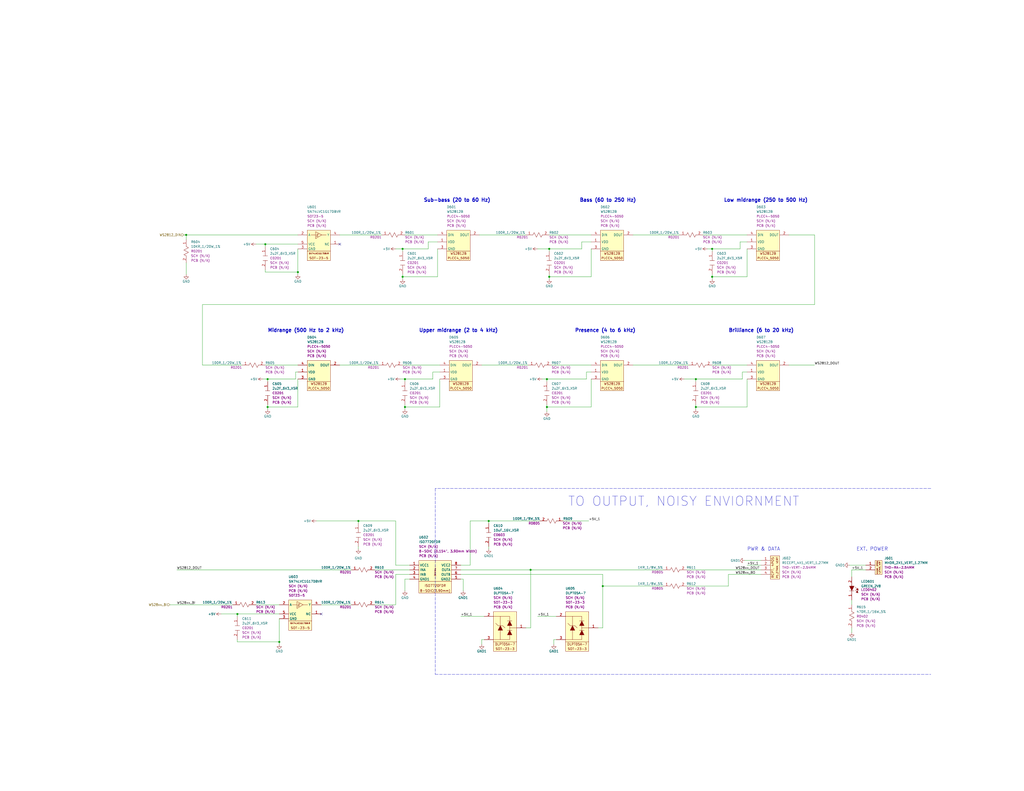
<source format=kicad_sch>
(kicad_sch (version 20230121) (generator eeschema)
  (paper "C")
  (title_block (title "Blender") (date "2023/09/18") (rev "v1.0") (company "Mend0z0") (comment 1 "v1.0") (comment 2 "RELEASED") (comment 3 "Siavash Taher Parvar") (comment 4 "_BOM_Blender_v1.0.html") (comment 5 "_HW_Blender.kicad_pcb") (comment 6 "_GBR_Blender_v1.0") (comment 7 "_ASM_Blender_v1.0") (comment 8 "N/A") (comment 9 "Initial version"))
  (junction (at 220.98 207.01))
  (junction (at 220.98 222.25))
  (junction (at 379.73 222.25))
  (junction (at 144.78 133.35))
  (junction (at 129.54 335.28))
  (junction (at 162.56 148.59))
  (junction (at 298.45 222.25))
  (junction (at 219.71 151.13))
  (junction (at 289.56 311.15))
  (junction (at 101.6 128.27))
  (junction (at 328.93 320.04))
  (junction (at 219.71 135.89))
  (junction (at 379.73 207.01))
  (junction (at 388.62 135.89))
  (junction (at 388.62 151.13))
  (junction (at 152.4 350.52))
  (junction (at 299.72 151.13))
  (junction (at 146.05 222.25))
  (junction (at 299.72 135.89))
  (junction (at 266.7 284.48))
  (junction (at 298.45 207.01))
  (junction (at 195.58 284.48))
  (junction (at 146.05 207.01))
  (no_connect (at 175.26 335.28))
  (no_connect (at 185.42 133.35))
  (wire (pts (xy 262.89 349.25) (xy 264.16 349.25)))
  (wire (pts (xy 463.55 308.61) (xy 472.44 308.61)))
  (wire (pts (xy 293.37 135.89) (xy 299.72 135.89)))
  (wire (pts (xy 302.26 351.79) (xy 302.26 349.25)))
  (wire (pts (xy 129.54 335.28) (xy 152.4 335.28)))
  (wire (pts (xy 373.38 207.01) (xy 379.73 207.01)))
  (wire (pts (xy 403.86 132.08) (xy 407.67 132.08)))
  (wire (pts (xy 162.56 207.01) (xy 162.56 222.25)))
  (wire (pts (xy 266.7 284.48) (xy 256.54 284.48)))
  (wire (pts (xy 172.72 284.48) (xy 195.58 284.48)))
  (wire (pts (xy 161.29 203.2) (xy 162.56 203.2)))
  (wire (pts (xy 388.62 137.16) (xy 388.62 135.89)))
  (wire (pts (xy 240.03 222.25) (xy 220.98 222.25)))
  (wire (pts (xy 374.65 311.15) (xy 415.29 311.15)))
  (wire (pts (xy 144.78 148.59) (xy 162.56 148.59)))
  (wire (pts (xy 320.04 203.2) (xy 322.58 203.2)))
  (wire (pts (xy 256.54 284.48) (xy 256.54 308.61)))
  (wire (pts (xy 219.71 135.89) (xy 233.68 135.89)))
  (wire (pts (xy 317.5 132.08) (xy 317.5 135.89)))
  (wire (pts (xy 220.98 222.25) (xy 220.98 220.98)))
  (wire (pts (xy 240.03 207.01) (xy 240.03 222.25)))
  (wire (pts (xy 326.39 342.9) (xy 328.93 342.9)))
  (wire (pts (xy 161.29 203.2) (xy 161.29 207.01)))
  (wire (pts (xy 383.54 128.27) (xy 407.67 128.27)))
  (wire (pts (xy 295.91 207.01) (xy 298.45 207.01)))
  (wire (pts (xy 204.47 311.15) (xy 223.52 311.15)))
  (wire (pts (xy 144.78 148.59) (xy 144.78 147.32)))
  (wire (pts (xy 110.49 166.37) (xy 110.49 199.39)))
  (wire (pts (xy 405.13 207.01) (xy 379.73 207.01)))
  (wire (pts (xy 298.45 208.28) (xy 298.45 207.01)))
  (wire (pts (xy 322.58 135.89) (xy 322.58 151.13)))
  (wire (pts (xy 289.56 342.9) (xy 289.56 311.15)))
  (wire (pts (xy 464.82 311.15) (xy 472.44 311.15)))
  (wire (pts (xy 92.71 330.2) (xy 127 330.2)))
  (wire (pts (xy 215.9 330.2) (xy 215.9 313.69)))
  (wire (pts (xy 219.71 151.13) (xy 219.71 152.4)))
  (wire (pts (xy 406.4 306.07) (xy 415.29 306.07)))
  (wire (pts (xy 386.08 135.89) (xy 388.62 135.89)))
  (wire (pts (xy 289.56 311.15) (xy 361.95 311.15)))
  (wire (pts (xy 219.71 151.13) (xy 219.71 149.86)))
  (wire (pts (xy 233.68 135.89) (xy 233.68 132.08)))
  (wire (pts (xy 397.51 320.04) (xy 374.65 320.04)))
  (wire (pts (xy 129.54 350.52) (xy 129.54 349.25)))
  (wire (pts (xy 464.82 311.15) (xy 464.82 314.96)))
  (wire (pts (xy 139.7 133.35) (xy 144.78 133.35)))
  (wire (pts (xy 96.52 311.15) (xy 191.77 311.15)))
  (wire (pts (xy 129.54 335.28) (xy 129.54 336.55)))
  (wire (pts (xy 407.67 207.01) (xy 407.67 222.25)))
  (wire (pts (xy 219.71 135.89) (xy 219.71 137.16)))
  (wire (pts (xy 251.46 336.55) (xy 264.16 336.55)))
  (wire (pts (xy 101.6 128.27) (xy 162.56 128.27)))
  (wire (pts (xy 407.67 308.61) (xy 415.29 308.61)))
  (wire (pts (xy 236.22 207.01) (xy 220.98 207.01)))
  (wire (pts (xy 299.72 128.27) (xy 322.58 128.27)))
  (wire (pts (xy 302.26 349.25) (xy 303.53 349.25)))
  (wire (pts (xy 146.05 208.28) (xy 146.05 207.01)))
  (wire (pts (xy 236.22 203.2) (xy 240.03 203.2)))
  (wire (pts (xy 238.76 151.13) (xy 219.71 151.13)))
  (wire (pts (xy 379.73 222.25) (xy 379.73 220.98)))
  (wire (pts (xy 101.6 128.27) (xy 101.6 130.81)))
  (wire (pts (xy 298.45 207.01) (xy 320.04 207.01)))
  (wire (pts (xy 185.42 199.39) (xy 207.01 199.39)))
  (wire (pts (xy 262.89 351.79) (xy 262.89 349.25)))
  (wire (pts (xy 288.29 199.39) (xy 262.89 199.39)))
  (wire (pts (xy 101.6 149.86) (xy 101.6 143.51)))
  (wire (pts (xy 300.99 199.39) (xy 322.58 199.39)))
  (wire (pts (xy 144.78 199.39) (xy 162.56 199.39)))
  (wire (pts (xy 407.67 222.25) (xy 379.73 222.25)))
  (wire (pts (xy 444.5 166.37) (xy 110.49 166.37)))
  (wire (pts (xy 161.29 207.01) (xy 146.05 207.01)))
  (wire (pts (xy 220.98 222.25) (xy 220.98 223.52)))
  (wire (pts (xy 152.4 350.52) (xy 152.4 337.82)))
  (wire (pts (xy 299.72 151.13) (xy 299.72 152.4)))
  (wire (pts (xy 185.42 128.27) (xy 208.28 128.27)))
  (wire (pts (xy 252.73 322.58) (xy 252.73 316.23)))
  (wire (pts (xy 215.9 135.89) (xy 219.71 135.89)))
  (wire (pts (xy 238.76 135.89) (xy 238.76 151.13)))
  (polyline (pts (xy 237.49 266.7) (xy 237.49 368.3)) (stroke (width 0) (type dash)))
  (wire (pts (xy 220.98 128.27) (xy 238.76 128.27)))
  (wire (pts (xy 110.49 199.39) (xy 132.08 199.39)))
  (wire (pts (xy 144.78 133.35) (xy 144.78 134.62)))
  (wire (pts (xy 403.86 135.89) (xy 388.62 135.89)))
  (wire (pts (xy 299.72 151.13) (xy 299.72 149.86)))
  (wire (pts (xy 146.05 222.25) (xy 146.05 220.98)))
  (wire (pts (xy 379.73 208.28) (xy 379.73 207.01)))
  (wire (pts (xy 215.9 308.61) (xy 215.9 284.48)))
  (wire (pts (xy 388.62 151.13) (xy 388.62 149.86)))
  (wire (pts (xy 294.64 284.48) (xy 266.7 284.48)))
  (wire (pts (xy 220.98 316.23) (xy 220.98 322.58)))
  (wire (pts (xy 430.53 128.27) (xy 444.5 128.27)))
  (wire (pts (xy 321.31 284.48) (xy 307.34 284.48)))
  (wire (pts (xy 219.71 199.39) (xy 240.03 199.39)))
  (wire (pts (xy 397.51 320.04) (xy 397.51 313.69)))
  (wire (pts (xy 266.7 299.72) (xy 266.7 298.45)))
  (wire (pts (xy 162.56 222.25) (xy 146.05 222.25)))
  (wire (pts (xy 328.93 320.04) (xy 328.93 313.69)))
  (wire (pts (xy 162.56 148.59) (xy 162.56 149.86)))
  (wire (pts (xy 266.7 284.48) (xy 266.7 285.75)))
  (wire (pts (xy 405.13 203.2) (xy 405.13 207.01)))
  (wire (pts (xy 261.62 128.27) (xy 287.02 128.27)))
  (wire (pts (xy 345.44 199.39) (xy 375.92 199.39)))
  (wire (pts (xy 299.72 137.16) (xy 299.72 135.89)))
  (wire (pts (xy 218.44 207.01) (xy 220.98 207.01)))
  (wire (pts (xy 403.86 132.08) (xy 403.86 135.89)))
  (wire (pts (xy 195.58 284.48) (xy 215.9 284.48)))
  (wire (pts (xy 195.58 284.48) (xy 195.58 285.75)))
  (wire (pts (xy 162.56 148.59) (xy 162.56 135.89)))
  (wire (pts (xy 407.67 151.13) (xy 388.62 151.13)))
  (wire (pts (xy 322.58 151.13) (xy 299.72 151.13)))
  (wire (pts (xy 397.51 313.69) (xy 415.29 313.69)))
  (wire (pts (xy 298.45 220.98) (xy 298.45 222.25)))
  (polyline (pts (xy 508 266.7) (xy 237.49 266.7)) (stroke (width 0) (type dash)))
  (wire (pts (xy 388.62 199.39) (xy 407.67 199.39)))
  (polyline (pts (xy 237.49 368.3) (xy 508 368.3)) (stroke (width 0) (type dash)))
  (wire (pts (xy 444.5 199.39) (xy 430.53 199.39)))
  (wire (pts (xy 100.33 128.27) (xy 101.6 128.27)))
  (wire (pts (xy 251.46 311.15) (xy 289.56 311.15)))
  (wire (pts (xy 322.58 207.01) (xy 322.58 222.25)))
  (wire (pts (xy 204.47 330.2) (xy 215.9 330.2)))
  (wire (pts (xy 220.98 208.28) (xy 220.98 207.01)))
  (wire (pts (xy 379.73 222.25) (xy 379.73 223.52)))
  (wire (pts (xy 298.45 222.25) (xy 298.45 224.79)))
  (wire (pts (xy 195.58 299.72) (xy 195.58 298.45)))
  (wire (pts (xy 464.82 342.9) (xy 464.82 345.44)))
  (wire (pts (xy 236.22 203.2) (xy 236.22 207.01)))
  (wire (pts (xy 317.5 132.08) (xy 322.58 132.08)))
  (wire (pts (xy 129.54 350.52) (xy 152.4 350.52)))
  (wire (pts (xy 139.7 330.2) (xy 152.4 330.2)))
  (wire (pts (xy 328.93 320.04) (xy 361.95 320.04)))
  (wire (pts (xy 405.13 203.2) (xy 407.67 203.2)))
  (wire (pts (xy 120.65 335.28) (xy 129.54 335.28)))
  (wire (pts (xy 328.93 342.9) (xy 328.93 320.04)))
  (wire (pts (xy 320.04 203.2) (xy 320.04 207.01)))
  (wire (pts (xy 215.9 313.69) (xy 223.52 313.69)))
  (wire (pts (xy 152.4 350.52) (xy 152.4 351.79)))
  (wire (pts (xy 143.51 207.01) (xy 146.05 207.01)))
  (wire (pts (xy 464.82 327.66) (xy 464.82 330.2)))
  (wire (pts (xy 223.52 308.61) (xy 215.9 308.61)))
  (wire (pts (xy 444.5 128.27) (xy 444.5 166.37)))
  (wire (pts (xy 345.44 128.27) (xy 370.84 128.27)))
  (wire (pts (xy 287.02 342.9) (xy 289.56 342.9)))
  (wire (pts (xy 220.98 316.23) (xy 223.52 316.23)))
  (wire (pts (xy 252.73 316.23) (xy 251.46 316.23)))
  (wire (pts (xy 407.67 135.89) (xy 407.67 151.13)))
  (wire (pts (xy 388.62 151.13) (xy 388.62 152.4)))
  (wire (pts (xy 146.05 222.25) (xy 146.05 223.52)))
  (wire (pts (xy 144.78 133.35) (xy 162.56 133.35)))
  (wire (pts (xy 293.37 336.55) (xy 303.53 336.55)))
  (wire (pts (xy 256.54 308.61) (xy 251.46 308.61)))
  (wire (pts (xy 298.45 222.25) (xy 322.58 222.25)))
  (wire (pts (xy 233.68 132.08) (xy 238.76 132.08)))
  (wire (pts (xy 251.46 313.69) (xy 328.93 313.69)))
  (wire (pts (xy 317.5 135.89) (xy 299.72 135.89)))
  (wire (pts (xy 175.26 330.2) (xy 191.77 330.2)))
  (text "PWR & DATA" (at 407.67 300.99 0) (effects (font (size 1.905 1.905)) (justify left bottom)))
  (text "Low midrange (250 to 500 Hz)" (at 394.97 110.49 0) (effects (font (size 1.905 1.905) (thickness 0.381) bold) (justify left bottom)))
  (text "Bass (60 to 250 Hz)" (at 316.23 110.49 0) (effects (font (size 1.905 1.905) (thickness 0.381) bold) (justify left bottom)))
  (text "Brilliance (6 to 20 kHz)" (at 397.51 181.61 0) (effects (font (size 1.905 1.905) (thickness 0.381) bold) (justify left bottom)))
  (text "TO OUTPUT, NOISY ENVIORNMENT" (at 309.88 276.86 0) (effects (font (size 5.08 5.08)) (justify left bottom)))
  (text "Presence (4 to 6 kHz)" (at 313.69 181.61 0) (effects (font (size 1.905 1.905) (thickness 0.381) bold) (justify left bottom)))
  (text "EXT. POWER" (at 467.36 300.99 0) (effects (font (size 1.905 1.905)) (justify left bottom)))
  (text "Sub-bass (20 to 60 Hz)" (at 231.14 110.49 0) (effects (font (size 1.905 1.905) (thickness 0.381) bold) (justify left bottom)))
  (text "Midrange (500 Hz to 2 kHz)" (at 146.05 181.61 0) (effects (font (size 1.905 1.905) (thickness 0.381) bold) (justify left bottom)))
  (text "Upper midrange (2 to 4 kHz)" (at 228.6 181.61 0) (effects (font (size 1.905 1.905) (thickness 0.381) bold) (justify left bottom)))
  (label "WS2812_DOUT" (at 444.5 199.39 0))
  (label "+5V_1" (at 251.46 336.55 0))
  (label "WS28xx_BI" (at 96.52 330.2 0))
  (label "WS2812_DOUT" (at 96.52 311.15 0))
  (label "+5V_1" (at 293.37 336.55 0))
  (label "WS28xx_DOUT" (at 401.32 311.15 0))
  (label "+5V_1" (at 464.82 311.15 0))
  (label "WS28xx_BO" (at 401.32 313.69 0))
  (label "+5V_1" (at 407.67 308.61 0))
  (label "+5V_1" (at 321.31 284.48 0))
  (hierarchical_label "WS28xx_BI" (shape input) (at 92.71 330.2 180))
  (hierarchical_label "WS2812_DIN" (shape input) (at 100.33 128.27 180))
  (symbol (lib_id "_SCHLIB_Blender:RES_100R_1/20W_1%_R0201") (at 191.77 330.2 0) (unit 1)
    (property "Reference" "R614" (at 207.01 328.93 0))
    (property "Value" "100R_1/20W_1%" (at 175.26 328.93 0) (effects (justify left)))
    (property "Footprint" "Resistor_SMD:R_0201_0603Metric" (effects hide))
    (property "Datasheet" "https://www.seielect.com/Catalog/SEI-RMCF_RMCP.pdf" (effects hide))
    (property "Description" "100 Ohms ±1% 0.05W, 1/20W Chip Resistor 0201 (0603 Metric) Thick Film" (effects hide))
    (property "Link" "https://www.digikey.ca/en/products/detail/stackpole-electronics-inc/RMCF0201FT100R/1714988" (effects hide))
    (property "SCH CHECK" "SCH (N/A)" (at 204.47 331.47 0) (effects (justify left)))
    (property "Package" "R0201" (at 185.42 331.47 0) (effects (justify left)))
    (property "Part Number (Manufacturer)" "RMCF0201FT100R" (effects hide))
    (property "Manufacturer" "Stackpole Electronics Inc" (effects hide))
    (property "Part Number (Vendor)" "RMCF0201FT100RTR-ND" (effects hide))
    (property "Vendor" "Digikey" (effects hide))
    (property "PCB CHECk" "PCB (N/A)" (at 204.47 334.01 0) (effects (justify left)))
  )
  (symbol (lib_id "_SCHLIB_Blender:CAP_2u2F_6V3_X5R_C0201") (at 195.58 285.75 270) (unit 1)
    (property "Reference" "C609" (at 198.12 287.02 90) (effects (justify left)))
    (property "Value" "2u2F_6V3_X5R" (at 198.12 289.56 90) (effects (justify left)))
    (property "Footprint" "Capacitor_SMD:C_0201_0603Metric" (effects hide))
    (property "Datasheet" "https://ele.kyocera.com/assets/products/capacitor/CM_Series_e.pdf" (effects hide))
    (property "Description" "2.2 µF ±20% 6.3V Ceramic Capacitor X5R 0201 (0603 Metric)" (effects hide))
    (property "Link" "https://www.digikey.ca/en/products/detail/kyocera-avx/CM03X5R225M06AH/10815044" (effects hide))
    (property "SCH CHECK" "SCH (N/A)" (at 198.12 294.64 90) (effects (justify left)))
    (property "Package" "C0201" (at 198.12 292.1 90) (effects (justify left)))
    (property "Part Number (Manufacturer)" "CM03X5R225M06AH" (effects hide))
    (property "Manufacturer" "KYOCERA AVX" (effects hide))
    (property "Part Number (Vendor)" "478-KGM03CR50J225MHTR-ND" (effects hide))
    (property "Vendor" "Digikey" (effects hide))
    (property "PCB CHECk" "PCB (N/A)" (at 198.12 297.18 90) (effects (justify left)))
  )
  (symbol (lib_id "_SCHLIB_Blender:RES_100R_1/20W_1%_R0201") (at 370.84 128.27 0) (unit 1)
    (property "Reference" "R603" (at 386.08 127 0))
    (property "Value" "100R_1/20W_1%" (at 354.33 127 0) (effects (justify left)))
    (property "Footprint" "Resistor_SMD:R_0201_0603Metric" (effects hide))
    (property "Datasheet" "https://www.seielect.com/Catalog/SEI-RMCF_RMCP.pdf" (effects hide))
    (property "Description" "100 Ohms ±1% 0.05W, 1/20W Chip Resistor 0201 (0603 Metric) Thick Film" (effects hide))
    (property "Link" "https://www.digikey.ca/en/products/detail/stackpole-electronics-inc/RMCF0201FT100R/1714988" (effects hide))
    (property "SCH CHECK" "SCH (N/A)" (at 383.54 129.54 0) (effects (justify left)))
    (property "Package" "R0201" (at 364.49 129.54 0) (effects (justify left)))
    (property "Part Number (Manufacturer)" "RMCF0201FT100R" (effects hide))
    (property "Manufacturer" "Stackpole Electronics Inc" (effects hide))
    (property "Part Number (Vendor)" "RMCF0201FT100RTR-ND" (effects hide))
    (property "Vendor" "Digikey" (effects hide))
    (property "PCB CHECk" "PCB (N/A)" (at 383.54 132.08 0) (effects (justify left)))
  )
  (symbol (lib_id "_SCHLIB_Blender:IC_LED_WS2812B_RGB_5V_0.06A_PLCC4-5050") (at 327.66 196.85 0) (unit 1)
    (property "Reference" "D606" (at 330.2 184.15 0))
    (property "Value" "WS2812B" (at 327.66 186.69 0) (effects (justify left)))
    (property "Footprint" "_PCBLIB_Blender:LED_WS2812B_PLCC4_5.0x5.0mm_P3.2mm" (effects hide))
    (property "Datasheet" "http://cdn.sparkfun.com/datasheets/BreakoutBoards/WS2812B.pdf" (effects hide))
    (property "Description" "Addressable Lighting - LED Serial NRZ (Shift Register) Red, Green, Blue (RGB)" (effects hide))
    (property "Link" "https://www.digikey.ca/en/products/detail/sparkfun-electronics/COM-16347/11630204" (effects hide))
    (property "SCH CHECK" "SCH (N/A)" (at 327.66 191.77 0) (effects (justify left)))
    (property "Part Number (Manufacturer)" "COM-16347" (effects hide))
    (property "Manufacturer" "SparkFun Electronics" (effects hide))
    (property "Part Number (Vendor)" "1568-COM-16347TR-ND" (effects hide))
    (property "Vendor" "Digikey" (effects hide))
    (property "Package" "PLCC4-5050" (at 327.66 189.23 0) (effects (justify left)))
    (property "PCB CHECk" "PCB (N/A)" (at 327.66 194.31 0) (effects (justify left)))
  )
  (symbol (lib_id "power:GND") (at 298.45 224.79 0) (unit 1)
    (property "Reference" "#PWR0616" (effects hide))
    (property "Value" "GND" (at 298.45 228.6 0))
  )
  (symbol (lib_id "_SCHLIB_Blender:IC_LED_WS2812B_RGB_5V_0.06A_PLCC4-5050") (at 327.66 125.73 0) (unit 1)
    (property "Reference" "D602" (at 330.2 113.03 0))
    (property "Value" "WS2812B" (at 327.66 115.57 0) (effects (justify left)))
    (property "Footprint" "_PCBLIB_Blender:LED_WS2812B_PLCC4_5.0x5.0mm_P3.2mm" (effects hide))
    (property "Datasheet" "http://cdn.sparkfun.com/datasheets/BreakoutBoards/WS2812B.pdf" (effects hide))
    (property "Description" "Addressable Lighting - LED Serial NRZ (Shift Register) Red, Green, Blue (RGB)" (effects hide))
    (property "Link" "https://www.digikey.ca/en/products/detail/sparkfun-electronics/COM-16347/11630204" (effects hide))
    (property "SCH CHECK" "SCH (N/A)" (at 327.66 120.65 0) (effects (justify left)))
    (property "Part Number (Manufacturer)" "COM-16347" (effects hide))
    (property "Manufacturer" "SparkFun Electronics" (effects hide))
    (property "Part Number (Vendor)" "1568-COM-16347TR-ND" (effects hide))
    (property "Vendor" "Digikey" (effects hide))
    (property "Package" "PLCC4-5050" (at 327.66 118.11 0) (effects (justify left)))
    (property "PCB CHECk" "PCB (N/A)" (at 327.66 123.19 0) (effects (justify left)))
  )
  (symbol (lib_id "_SCHLIB_Blender:IC_BUFFER_SN74LVC1G17DBVR_NON-INV_5.5V_0.032_SOT-23-5") (at 157.48 327.66 0) (unit 1)
    (property "Reference" "U603" (at 160.02 314.96 0))
    (property "Value" "SN74LVC1G17DBVR" (at 157.48 317.5 0) (effects (justify left)))
    (property "Footprint" "Package_TO_SOT_SMD:SOT-23-5" (effects hide))
    (property "Datasheet" "https://www.ti.com/general/docs/suppproductinfo.tsp?distId=10&gotoUrl=https%3A%2F%2Fwww.ti.com%2Flit%2Fgpn%2Fsn74lvc1g17" (effects hide))
    (property "Description" "Buffer, Non-Inverting 1 Element 1 Bit per Element Push-Pull Output SOT-23-5" (effects hide))
    (property "Link" "https://www.digikey.ca/en/products/detail/texas-instruments/SN74LVC1G17DBVR/389051" (effects hide))
    (property "SCH CHECK" "SCH (N/A)" (at 157.48 320.04 0) (effects (justify left)))
    (property "Part Number (Manufacturer)" "SN74LVC1G17DBVR" (effects hide))
    (property "PCB CHECK" "PCB (N/A)" (at 157.48 322.58 0) (effects (justify left)))
    (property "Manufacturer" "Texas Instruments" (effects hide))
    (property "Part Number (Vendor)" "296-11933-2-ND" (effects hide))
    (property "Vendor" "Digikey" (effects hide))
    (property "Package" "SOT23-5" (at 157.48 325.12 0) (effects (justify left)))
  )
  (symbol (lib_id "_SCHLIB_Blender:RES_100R_1/20W_1%_R0201") (at 375.92 199.39 0) (unit 1)
    (property "Reference" "R608" (at 391.16 198.12 0))
    (property "Value" "100R_1/20W_1%" (at 359.41 198.12 0) (effects (justify left)))
    (property "Footprint" "Resistor_SMD:R_0201_0603Metric" (effects hide))
    (property "Datasheet" "https://www.seielect.com/Catalog/SEI-RMCF_RMCP.pdf" (effects hide))
    (property "Description" "100 Ohms ±1% 0.05W, 1/20W Chip Resistor 0201 (0603 Metric) Thick Film" (effects hide))
    (property "Link" "https://www.digikey.ca/en/products/detail/stackpole-electronics-inc/RMCF0201FT100R/1714988" (effects hide))
    (property "SCH CHECK" "SCH (N/A)" (at 388.62 200.66 0) (effects (justify left)))
    (property "Package" "R0201" (at 369.57 200.66 0) (effects (justify left)))
    (property "Part Number (Manufacturer)" "RMCF0201FT100R" (effects hide))
    (property "Manufacturer" "Stackpole Electronics Inc" (effects hide))
    (property "Part Number (Vendor)" "RMCF0201FT100RTR-ND" (effects hide))
    (property "Vendor" "Digikey" (effects hide))
    (property "PCB CHECk" "PCB (N/A)" (at 388.62 203.2 0) (effects (justify left)))
  )
  (symbol (lib_id "_SCHLIB_Blender:CAP_2u2F_6V3_X5R_C0201") (at 146.05 208.28 270) (unit 1)
    (property "Reference" "C605" (at 148.59 209.55 90) (effects (justify left)))
    (property "Value" "2u2F_6V3_X5R" (at 148.59 212.09 90) (effects (justify left)))
    (property "Footprint" "Capacitor_SMD:C_0201_0603Metric" (effects hide))
    (property "Datasheet" "https://ele.kyocera.com/assets/products/capacitor/CM_Series_e.pdf" (effects hide))
    (property "Description" "2.2 µF ±20% 6.3V Ceramic Capacitor X5R 0201 (0603 Metric)" (effects hide))
    (property "Link" "https://www.digikey.ca/en/products/detail/kyocera-avx/CM03X5R225M06AH/10815044" (effects hide))
    (property "SCH CHECK" "SCH (N/A)" (at 148.59 217.17 90) (effects (justify left)))
    (property "Package" "C0201" (at 148.59 214.63 90) (effects (justify left)))
    (property "Part Number (Manufacturer)" "CM03X5R225M06AH" (effects hide))
    (property "Manufacturer" "KYOCERA AVX" (effects hide))
    (property "Part Number (Vendor)" "478-KGM03CR50J225MHTR-ND" (effects hide))
    (property "Vendor" "Digikey" (effects hide))
    (property "PCB CHECk" "PCB (N/A)" (at 148.59 219.71 90) (effects (justify left)))
  )
  (symbol (lib_id "_SCHLIB_Blender:DIODE_LED_GREEN_2.8V_0.02A_529nm_0402") (at 464.82 314.96 270) (unit 1)
    (property "Reference" "LED601" (at 469.9 317.5 90) (effects (justify left)))
    (property "Value" "GREEN_2V8" (at 469.9 320.04 90) (effects (justify left)))
    (property "Footprint" "LED_SMD:LED_0402_1005Metric" (effects hide))
    (property "Datasheet" "https://media.digikey.com/pdf/Data%20Sheets/Harvatek%20PDFs/B2841NG--05D000514U1930.pdf" (effects hide))
    (property "Description" "Green 529nm LED Indication - Discrete 2.8V 0402 (1005 Metric)" (effects hide))
    (property "Link" "https://www.digikey.ca/en/products/detail/harvatek-corporation/B2841NG-05D000514U1930/16729536" (effects hide))
    (property "SCH CHECK" "SCH (N/A)" (at 469.9 324.5485 90) (effects (justify left)))
    (property "Package" "LED0402" (at 469.9 322.0085 90) (effects (justify left)))
    (property "Part Number (Manufacturer)" "B2841NG--05D000514U1930" (effects hide))
    (property "Manufacturer" "Harvatek Corporation" (effects hide))
    (property "Part Number (Vendor)" "3147-B2841NG--05D000514U1930TR-ND" (effects hide))
    (property "Vendor" "Digikey" (effects hide))
    (property "PCB CHECk" "PCB (N/A)" (at 469.9 327.0885 90) (effects (justify left)))
  )
  (symbol (lib_id "_SCHLIB_Blender:RES_100R_1/20W_1%_R0201") (at 132.08 199.39 0) (unit 1)
    (property "Reference" "R605" (at 147.32 198.12 0))
    (property "Value" "100R_1/20W_1%" (at 115.57 198.12 0) (effects (justify left)))
    (property "Footprint" "Resistor_SMD:R_0201_0603Metric" (effects hide))
    (property "Datasheet" "https://www.seielect.com/Catalog/SEI-RMCF_RMCP.pdf" (effects hide))
    (property "Description" "100 Ohms ±1% 0.05W, 1/20W Chip Resistor 0201 (0603 Metric) Thick Film" (effects hide))
    (property "Link" "https://www.digikey.ca/en/products/detail/stackpole-electronics-inc/RMCF0201FT100R/1714988" (effects hide))
    (property "SCH CHECK" "SCH (N/A)" (at 144.78 200.66 0) (effects (justify left)))
    (property "Package" "R0201" (at 125.73 200.66 0) (effects (justify left)))
    (property "Part Number (Manufacturer)" "RMCF0201FT100R" (effects hide))
    (property "Manufacturer" "Stackpole Electronics Inc" (effects hide))
    (property "Part Number (Vendor)" "RMCF0201FT100RTR-ND" (effects hide))
    (property "Vendor" "Digikey" (effects hide))
    (property "PCB CHECk" "PCB (N/A)" (at 144.78 203.2 0) (effects (justify left)))
  )
  (symbol (lib_id "power:+5V") (at 293.37 135.89 90) (unit 1)
    (property "Reference" "#PWR0602" (effects hide))
    (property "Value" "+5V" (at 288.29 135.89 90))
  )
  (symbol (lib_id "_SCHLIB_Blender:RES_470R_1/16W_5%_R0402") (at 464.82 330.2 270) (unit 1)
    (property "Reference" "R615" (at 467.36 331.47 90) (effects (justify left)))
    (property "Value" "470R_1/16W_5%" (at 467.36 334.01 90) (effects (justify left)))
    (property "Footprint" "Resistor_SMD:R_0402_1005Metric" (effects hide))
    (property "Datasheet" "https://www.te.com/usa-en/product-1-2176338-7.datasheet.pdf" (effects hide))
    (property "Description" "470 Ohms ±5% 0.063W, 1/16W Chip Resistor 0402 (1005 Metric) Automotive AEC-Q200, Moisture Resistant Thick Film" (effects hide))
    (property "Link" "https://www.digikey.ca/en/products/detail/te-connectivity-passive-product/CRGCQ0402J470R/8576648" (effects hide))
    (property "SCH CHECK" "SCH (N/A)" (at 467.36 339.09 90) (effects (justify left)))
    (property "Package" "R0402" (at 467.36 336.55 90) (effects (justify left)))
    (property "Part Number (Manufacturer)" "CRGCQ0402J470R" (effects hide))
    (property "Manufacturer" "TE Connectivity Passive Product" (effects hide))
    (property "Part Number (Vendor)" "A130046TR-ND" (effects hide))
    (property "Vendor" "Digikey" (effects hide))
    (property "PCB CHECk" "PCB (N/A)" (at 467.36 341.63 90) (effects (justify left)))
  )
  (symbol (lib_id "_SCHLIB_Blender:RES_100R_1/20W_1%_R0201") (at 127 330.2 0) (unit 1)
    (property "Reference" "R613" (at 142.24 328.93 0))
    (property "Value" "100R_1/20W_1%" (at 110.49 328.93 0) (effects (justify left)))
    (property "Footprint" "Resistor_SMD:R_0201_0603Metric" (effects hide))
    (property "Datasheet" "https://www.seielect.com/Catalog/SEI-RMCF_RMCP.pdf" (effects hide))
    (property "Description" "100 Ohms ±1% 0.05W, 1/20W Chip Resistor 0201 (0603 Metric) Thick Film" (effects hide))
    (property "Link" "https://www.digikey.ca/en/products/detail/stackpole-electronics-inc/RMCF0201FT100R/1714988" (effects hide))
    (property "SCH CHECK" "SCH (N/A)" (at 139.7 331.47 0) (effects (justify left)))
    (property "Package" "R0201" (at 120.65 331.47 0) (effects (justify left)))
    (property "Part Number (Manufacturer)" "RMCF0201FT100R" (effects hide))
    (property "Manufacturer" "Stackpole Electronics Inc" (effects hide))
    (property "Part Number (Vendor)" "RMCF0201FT100RTR-ND" (effects hide))
    (property "Vendor" "Digikey" (effects hide))
    (property "PCB CHECk" "PCB (N/A)" (at 139.7 334.01 0) (effects (justify left)))
  )
  (symbol (lib_id "power:GND") (at 146.05 223.52 0) (unit 1)
    (property "Reference" "#PWR0614" (effects hide))
    (property "Value" "GND" (at 146.05 227.33 0))
  )
  (symbol (lib_id "_SCHLIB_Blender:CAP_2u2F_6V3_X5R_C0201") (at 129.54 336.55 270) (unit 1)
    (property "Reference" "C611" (at 132.08 337.82 90) (effects (justify left)))
    (property "Value" "2u2F_6V3_X5R" (at 132.08 340.36 90) (effects (justify left)))
    (property "Footprint" "Capacitor_SMD:C_0201_0603Metric" (effects hide))
    (property "Datasheet" "https://ele.kyocera.com/assets/products/capacitor/CM_Series_e.pdf" (effects hide))
    (property "Description" "2.2 µF ±20% 6.3V Ceramic Capacitor X5R 0201 (0603 Metric)" (effects hide))
    (property "Link" "https://www.digikey.ca/en/products/detail/kyocera-avx/CM03X5R225M06AH/10815044" (effects hide))
    (property "SCH CHECK" "SCH (N/A)" (at 132.08 345.44 90) (effects (justify left)))
    (property "Package" "C0201" (at 132.08 342.9 90) (effects (justify left)))
    (property "Part Number (Manufacturer)" "CM03X5R225M06AH" (effects hide))
    (property "Manufacturer" "KYOCERA AVX" (effects hide))
    (property "Part Number (Vendor)" "478-KGM03CR50J225MHTR-ND" (effects hide))
    (property "Vendor" "Digikey" (effects hide))
    (property "PCB CHECk" "PCB (N/A)" (at 132.08 347.98 90) (effects (justify left)))
  )
  (symbol (lib_id "power:GND") (at 219.71 152.4 0) (unit 1)
    (property "Reference" "#PWR0605" (effects hide))
    (property "Value" "GND" (at 219.71 156.21 0))
  )
  (symbol (lib_id "power:+5V") (at 215.9 135.89 90) (unit 1)
    (property "Reference" "#PWR0601" (effects hide))
    (property "Value" "+5V" (at 210.82 135.89 90))
  )
  (symbol (lib_id "power:GND") (at 220.98 322.58 0) (unit 1)
    (property "Reference" "#PWR0623" (effects hide))
    (property "Value" "GND" (at 220.98 326.39 0))
    (instances (project "_HW_Blender" (path "" (reference "#PWR0623") (unit 1))) (project "_HW_ToslinkToDMX" (path "" (reference "#PWR0305") (unit 1)) (path "" (reference "#PWR0623") (unit 1))))
  )
  (symbol (lib_id "_SCHLIB_Blender:IC_ISOLATOR_ISO7720FDR_3000Vrms_100Mbps_8-SOIC (0.154{dblquote}, 3.90mm Width)") (at 228.6 306.07 0) (unit 1)
    (property "Reference" "U602" (at 231.14 293.37 0))
    (property "Value" "ISO7720FDR" (at 228.6 295.91 0) (effects (justify left)))
    (property "Footprint" "Package_SO:SOIC-8_3.9x4.9mm_P1.27mm" (effects hide))
    (property "Datasheet" "https://www.ti.com/general/docs/suppproductinfo.tsp?distId=10&gotoUrl=https%3A%2F%2Fwww.ti.com%2Flit%2Fgpn%2Fiso7720" (effects hide))
    (property "Description" "General Purpose Digital Isolator 3000Vrms 2 Channel 100Mbps 85kV/µs CMTI 8-SOIC (0.154\", 3.90mm Width)" (effects hide))
    (property "Link" "https://www.digikey.ca/en/products/detail/texas-instruments/ISO7720FDR/7173735" (effects hide))
    (property "SCH CHECK" "SCH (N/A)" (at 228.6 298.45 0) (effects (justify left)))
    (property "Part Number (Manufacturer)" "ISO7720FDR" (effects hide))
    (property "Package" "8-SOIC (0.154\", 3.90mm Width)" (at 228.6 300.99 0) (effects (justify left)))
    (property "Manufacturer" "Texas Instruments" (effects hide))
    (property "Part Number (Vendor)" "296-51198-2-ND" (effects hide))
    (property "Vendor" "Digikey" (effects hide))
    (property "PCB CHECk" "PCB (N/A)" (at 228.6 303.53 0) (effects (justify left)))
  )
  (symbol (lib_id "power:+5V") (at 386.08 135.89 90) (unit 1)
    (property "Reference" "#PWR0603" (effects hide))
    (property "Value" "+5V" (at 381 135.89 90))
  )
  (symbol (lib_id "_SCHLIB_Blender:CAP_2u2F_6V3_X5R_C0201") (at 219.71 137.16 270) (unit 1)
    (property "Reference" "C601" (at 222.25 138.43 90) (effects (justify left)))
    (property "Value" "2u2F_6V3_X5R" (at 222.25 140.97 90) (effects (justify left)))
    (property "Footprint" "Capacitor_SMD:C_0201_0603Metric" (effects hide))
    (property "Datasheet" "https://ele.kyocera.com/assets/products/capacitor/CM_Series_e.pdf" (effects hide))
    (property "Description" "2.2 µF ±20% 6.3V Ceramic Capacitor X5R 0201 (0603 Metric)" (effects hide))
    (property "Link" "https://www.digikey.ca/en/products/detail/kyocera-avx/CM03X5R225M06AH/10815044" (effects hide))
    (property "SCH CHECK" "SCH (N/A)" (at 222.25 146.05 90) (effects (justify left)))
    (property "Package" "C0201" (at 222.25 143.51 90) (effects (justify left)))
    (property "Part Number (Manufacturer)" "CM03X5R225M06AH" (effects hide))
    (property "Manufacturer" "KYOCERA AVX" (effects hide))
    (property "Part Number (Vendor)" "478-KGM03CR50J225MHTR-ND" (effects hide))
    (property "Vendor" "Digikey" (effects hide))
    (property "PCB CHECk" "PCB (N/A)" (at 222.25 148.59 90) (effects (justify left)))
  )
  (symbol (lib_id "power:+5V") (at 295.91 207.01 90) (unit 1)
    (property "Reference" "#PWR0612" (effects hide))
    (property "Value" "+5V" (at 290.83 207.01 90))
  )
  (symbol (lib_id "_SCHLIB_Blender:RES_1KR_1/8W_5%_R0805") (at 361.95 320.04 0) (unit 1)
    (property "Reference" "R612" (at 377.19 318.77 0))
    (property "Value" "1KR_1/8W_5%" (at 347.98 318.77 0) (effects (justify left)))
    (property "Footprint" "Resistor_SMD:R_0805_2012Metric" (effects hide))
    (property "Datasheet" "https://www.te.com/usa-en/product-1-2176342-9.datasheet.pdf" (effects hide))
    (property "Description" "1 kOhms ±5% 0.125W, 1/8W Chip Resistor 0805 (2012 Metric) Automotive AEC-Q200, Moisture Resistant Thick Film" (effects hide))
    (property "Link" "https://www.digikey.ca/en/products/detail/te-connectivity-passive-product/CRGCQ0805J1K0/8576736" (effects hide))
    (property "SCH CHECK" "SCH (N/A)" (at 374.65 321.31 0) (effects (justify left)))
    (property "Package" "R0805" (at 355.6 321.31 0) (effects (justify left)))
    (property "Part Number (Manufacturer)" "CRGCQ0805J1K0" (effects hide))
    (property "Manufacturer" "TE Connectivity Passive Product" (effects hide))
    (property "Part Number (Vendor)" "A130134TR-ND" (effects hide))
    (property "Vendor" "Digikey" (effects hide))
    (property "PCB CHECk" "PCB (N/A)" (at 374.65 323.85 0) (effects (justify left)))
  )
  (symbol (lib_id "_SCHLIB_Blender:CAP_2u2F_6V3_X5R_C0201") (at 144.78 134.62 270) (unit 1)
    (property "Reference" "C604" (at 147.32 135.89 90) (effects (justify left)))
    (property "Value" "2u2F_6V3_X5R" (at 147.32 138.43 90) (effects (justify left)))
    (property "Footprint" "Capacitor_SMD:C_0201_0603Metric" (effects hide))
    (property "Datasheet" "https://ele.kyocera.com/assets/products/capacitor/CM_Series_e.pdf" (effects hide))
    (property "Description" "2.2 µF ±20% 6.3V Ceramic Capacitor X5R 0201 (0603 Metric)" (effects hide))
    (property "Link" "https://www.digikey.ca/en/products/detail/kyocera-avx/CM03X5R225M06AH/10815044" (effects hide))
    (property "SCH CHECK" "SCH (N/A)" (at 147.32 143.51 90) (effects (justify left)))
    (property "Package" "C0201" (at 147.32 140.97 90) (effects (justify left)))
    (property "Part Number (Manufacturer)" "CM03X5R225M06AH" (effects hide))
    (property "Manufacturer" "KYOCERA AVX" (effects hide))
    (property "Part Number (Vendor)" "478-KGM03CR50J225MHTR-ND" (effects hide))
    (property "Vendor" "Digikey" (effects hide))
    (property "PCB CHECk" "PCB (N/A)" (at 147.32 146.05 90) (effects (justify left)))
  )
  (symbol (lib_id "_SCHLIB_Blender:RES_100R_1/20W_1%_R0201") (at 288.29 199.39 0) (unit 1)
    (property "Reference" "R607" (at 303.53 198.12 0))
    (property "Value" "100R_1/20W_1%" (at 271.78 198.12 0) (effects (justify left)))
    (property "Footprint" "Resistor_SMD:R_0201_0603Metric" (effects hide))
    (property "Datasheet" "https://www.seielect.com/Catalog/SEI-RMCF_RMCP.pdf" (effects hide))
    (property "Description" "100 Ohms ±1% 0.05W, 1/20W Chip Resistor 0201 (0603 Metric) Thick Film" (effects hide))
    (property "Link" "https://www.digikey.ca/en/products/detail/stackpole-electronics-inc/RMCF0201FT100R/1714988" (effects hide))
    (property "SCH CHECK" "SCH (N/A)" (at 300.99 200.66 0) (effects (justify left)))
    (property "Package" "R0201" (at 281.94 200.66 0) (effects (justify left)))
    (property "Part Number (Manufacturer)" "RMCF0201FT100R" (effects hide))
    (property "Manufacturer" "Stackpole Electronics Inc" (effects hide))
    (property "Part Number (Vendor)" "RMCF0201FT100RTR-ND" (effects hide))
    (property "Vendor" "Digikey" (effects hide))
    (property "PCB CHECk" "PCB (N/A)" (at 300.99 203.2 0) (effects (justify left)))
  )
  (symbol (lib_id "power:GND") (at 220.98 223.52 0) (unit 1)
    (property "Reference" "#PWR0615" (effects hide))
    (property "Value" "GND" (at 220.98 227.33 0))
  )
  (symbol (lib_id "_SCHLIB_Blender:RES_10KR_1/20W_1%_R0201") (at 101.6 130.81 270) (unit 1)
    (property "Reference" "R604" (at 104.14 132.08 90) (effects (justify left)))
    (property "Value" "10KR_1/20W_1%" (at 104.14 134.62 90) (effects (justify left)))
    (property "Footprint" "Resistor_SMD:R_0201_0603Metric" (effects hide))
    (property "Datasheet" "https://www.seielect.com/Catalog/SEI-RMCF_RMCP.pdf" (effects hide))
    (property "Description" "10 kOhms ±1% 0.05W, 1/20W Chip Resistor 0201 (0603 Metric) Thick Film" (effects hide))
    (property "Link" "https://www.digikey.ca/en/products/detail/stackpole-electronics-inc/RMCF0201FT10K0/1714990" (effects hide))
    (property "SCH CHECK" "SCH (N/A)" (at 104.14 139.7 90) (effects (justify left)))
    (property "Package" "R0201" (at 104.14 137.16 90) (effects (justify left)))
    (property "Part Number (Manufacturer)" "RMCF0201FT10K0" (effects hide))
    (property "Manufacturer" "Stackpole Electronics Inc" (effects hide))
    (property "Part Number (Vendor)" "RMCF0201FT10K0TR-ND" (effects hide))
    (property "Vendor" "Digikey" (effects hide))
    (property "PCB CHECk" "PCB (N/A)" (at 104.14 142.24 90) (effects (justify left)))
  )
  (symbol (lib_id "_SCHLIB_Blender:RES_100R_1/8W_5%_R0805") (at 307.34 284.48 180) (unit 1)
    (property "Reference" "R609" (at 309.88 283.21 0))
    (property "Value" "100R_1/8W_5%" (at 294.64 283.21 0) (effects (justify left)))
    (property "Footprint" "Resistor_SMD:R_0805_2012Metric" (effects hide))
    (property "Datasheet" "https://www.te.com/usa-en/product-1-2176342-3.datasheet.pdf" (effects hide))
    (property "Description" "100 Ohms ±5% 0.125W, 1/8W Chip Resistor 0805 (2012 Metric) Automotive AEC-Q200, Moisture Resistant Thick Film" (effects hide))
    (property "Link" "https://www.digikey.ca/en/products/detail/te-connectivity-passive-product/CRGCQ0805J100R/8576730" (effects hide))
    (property "SCH CHECK" "SCH (N/A)" (at 317.5 285.75 0) (effects (justify left)))
    (property "Package" "R0805" (at 294.64 285.75 0) (effects (justify left)))
    (property "Part Number (Manufacturer)" "CRGCQ0805J100R" (effects hide))
    (property "Manufacturer" "TE Connectivity Passive Product" (effects hide))
    (property "Part Number (Vendor)" "A130128TR-ND" (effects hide))
    (property "Vendor" "Digikey" (effects hide))
    (property "PCB CHECk" "PCB (N/A)" (at 317.5 288.29 0) (effects (justify left)))
  )
  (symbol (lib_id "_SCHLIB_Blender:CAP_2u2F_6V3_X5R_C0201") (at 220.98 208.28 270) (unit 1)
    (property "Reference" "C606" (at 223.52 209.55 90) (effects (justify left)))
    (property "Value" "2u2F_6V3_X5R" (at 223.52 212.09 90) (effects (justify left)))
    (property "Footprint" "Capacitor_SMD:C_0201_0603Metric" (effects hide))
    (property "Datasheet" "https://ele.kyocera.com/assets/products/capacitor/CM_Series_e.pdf" (effects hide))
    (property "Description" "2.2 µF ±20% 6.3V Ceramic Capacitor X5R 0201 (0603 Metric)" (effects hide))
    (property "Link" "https://www.digikey.ca/en/products/detail/kyocera-avx/CM03X5R225M06AH/10815044" (effects hide))
    (property "SCH CHECK" "SCH (N/A)" (at 223.52 217.17 90) (effects (justify left)))
    (property "Package" "C0201" (at 223.52 214.63 90) (effects (justify left)))
    (property "Part Number (Manufacturer)" "CM03X5R225M06AH" (effects hide))
    (property "Manufacturer" "KYOCERA AVX" (effects hide))
    (property "Part Number (Vendor)" "478-KGM03CR50J225MHTR-ND" (effects hide))
    (property "Vendor" "Digikey" (effects hide))
    (property "PCB CHECk" "PCB (N/A)" (at 223.52 219.71 90) (effects (justify left)))
  )
  (symbol (lib_id "_SCHLIB_Blender:IC_LED_WS2812B_RGB_5V_0.06A_PLCC4-5050") (at 412.75 196.85 0) (unit 1)
    (property "Reference" "D607" (at 415.29 184.15 0))
    (property "Value" "WS2812B" (at 412.75 186.69 0) (effects (justify left)))
    (property "Footprint" "_PCBLIB_Blender:LED_WS2812B_PLCC4_5.0x5.0mm_P3.2mm" (effects hide))
    (property "Datasheet" "http://cdn.sparkfun.com/datasheets/BreakoutBoards/WS2812B.pdf" (effects hide))
    (property "Description" "Addressable Lighting - LED Serial NRZ (Shift Register) Red, Green, Blue (RGB)" (effects hide))
    (property "Link" "https://www.digikey.ca/en/products/detail/sparkfun-electronics/COM-16347/11630204" (effects hide))
    (property "SCH CHECK" "SCH (N/A)" (at 412.75 191.77 0) (effects (justify left)))
    (property "Part Number (Manufacturer)" "COM-16347" (effects hide))
    (property "Manufacturer" "SparkFun Electronics" (effects hide))
    (property "Part Number (Vendor)" "1568-COM-16347TR-ND" (effects hide))
    (property "Vendor" "Digikey" (effects hide))
    (property "Package" "PLCC4-5050" (at 412.75 189.23 0) (effects (justify left)))
    (property "PCB CHECk" "PCB (N/A)" (at 412.75 194.31 0) (effects (justify left)))
  )
  (symbol (lib_id "power:GND") (at 388.62 152.4 0) (unit 1)
    (property "Reference" "#PWR0607" (effects hide))
    (property "Value" "GND" (at 388.62 156.21 0))
  )
  (symbol (lib_id "power:GND") (at 379.73 223.52 0) (unit 1)
    (property "Reference" "#PWR0617" (effects hide))
    (property "Value" "GND" (at 379.73 227.33 0))
  )
  (symbol (lib_id "power:+5V") (at 172.72 284.48 90) (unit 1)
    (property "Reference" "#PWR0618" (effects hide))
    (property "Value" "+5V" (at 167.64 284.48 90))
    (instances (project "_HW_Blender" (path "" (reference "#PWR0618") (unit 1))) (project "_HW_ToslinkToDMX" (path "" (reference "#PWR0304") (unit 1)) (path "" (reference "#PWR0618") (unit 1))))
  )
  (symbol (lib_id "power:GND1") (at 302.26 351.79 0) (unit 1)
    (property "Reference" "#PWR0628" (effects hide))
    (property "Value" "GND1" (at 302.26 355.6 0))
  )
  (symbol (lib_id "_SCHLIB_Blender:IC_LED_WS2812B_RGB_5V_0.06A_PLCC4-5050") (at 245.11 196.85 0) (unit 1)
    (property "Reference" "D605" (at 247.65 184.15 0))
    (property "Value" "WS2812B" (at 245.11 186.69 0) (effects (justify left)))
    (property "Footprint" "_PCBLIB_Blender:LED_WS2812B_PLCC4_5.0x5.0mm_P3.2mm" (effects hide))
    (property "Datasheet" "http://cdn.sparkfun.com/datasheets/BreakoutBoards/WS2812B.pdf" (effects hide))
    (property "Description" "Addressable Lighting - LED Serial NRZ (Shift Register) Red, Green, Blue (RGB)" (effects hide))
    (property "Link" "https://www.digikey.ca/en/products/detail/sparkfun-electronics/COM-16347/11630204" (effects hide))
    (property "SCH CHECK" "SCH (N/A)" (at 245.11 191.77 0) (effects (justify left)))
    (property "Part Number (Manufacturer)" "COM-16347" (effects hide))
    (property "Manufacturer" "SparkFun Electronics" (effects hide))
    (property "Part Number (Vendor)" "1568-COM-16347TR-ND" (effects hide))
    (property "Vendor" "Digikey" (effects hide))
    (property "Package" "PLCC4-5050" (at 245.11 189.23 0) (effects (justify left)))
    (property "PCB CHECk" "PCB (N/A)" (at 245.11 194.31 0) (effects (justify left)))
  )
  (symbol (lib_id "_SCHLIB_Blender:IC_LED_WS2812B_RGB_5V_0.06A_PLCC4-5050") (at 243.84 125.73 0) (unit 1)
    (property "Reference" "D601" (at 246.38 113.03 0))
    (property "Value" "WS2812B" (at 243.84 115.57 0) (effects (justify left)))
    (property "Footprint" "_PCBLIB_Blender:LED_WS2812B_PLCC4_5.0x5.0mm_P3.2mm" (effects hide))
    (property "Datasheet" "http://cdn.sparkfun.com/datasheets/BreakoutBoards/WS2812B.pdf" (effects hide))
    (property "Description" "Addressable Lighting - LED Serial NRZ (Shift Register) Red, Green, Blue (RGB)" (effects hide))
    (property "Link" "https://www.digikey.ca/en/products/detail/sparkfun-electronics/COM-16347/11630204" (effects hide))
    (property "SCH CHECK" "SCH (N/A)" (at 243.84 120.65 0) (effects (justify left)))
    (property "Part Number (Manufacturer)" "COM-16347" (effects hide))
    (property "Manufacturer" "SparkFun Electronics" (effects hide))
    (property "Part Number (Vendor)" "1568-COM-16347TR-ND" (effects hide))
    (property "Vendor" "Digikey" (effects hide))
    (property "Package" "PLCC4-5050" (at 243.84 118.11 0) (effects (justify left)))
    (property "PCB CHECk" "PCB (N/A)" (at 243.84 123.19 0) (effects (justify left)))
  )
  (symbol (lib_id "power:GND") (at 299.72 152.4 0) (unit 1)
    (property "Reference" "#PWR0606" (effects hide))
    (property "Value" "GND" (at 299.72 156.21 0))
  )
  (symbol (lib_id "power:GND") (at 195.58 299.72 0) (unit 1)
    (property "Reference" "#PWR0620" (effects hide))
    (property "Value" "GND" (at 195.58 304.8 0))
    (instances (project "_HW_Blender" (path "" (reference "#PWR0620") (unit 1))) (project "_HW_ToslinkToDMX" (path "" (reference "#PWR0305") (unit 1)) (path "" (reference "#PWR0620") (unit 1))))
  )
  (symbol (lib_id "_SCHLIB_Blender:CAP_2u2F_6V3_X5R_C0201") (at 299.72 137.16 270) (unit 1)
    (property "Reference" "C602" (at 302.26 138.43 90) (effects (justify left)))
    (property "Value" "2u2F_6V3_X5R" (at 302.26 140.97 90) (effects (justify left)))
    (property "Footprint" "Capacitor_SMD:C_0201_0603Metric" (effects hide))
    (property "Datasheet" "https://ele.kyocera.com/assets/products/capacitor/CM_Series_e.pdf" (effects hide))
    (property "Description" "2.2 µF ±20% 6.3V Ceramic Capacitor X5R 0201 (0603 Metric)" (effects hide))
    (property "Link" "https://www.digikey.ca/en/products/detail/kyocera-avx/CM03X5R225M06AH/10815044" (effects hide))
    (property "SCH CHECK" "SCH (N/A)" (at 302.26 146.05 90) (effects (justify left)))
    (property "Package" "C0201" (at 302.26 143.51 90) (effects (justify left)))
    (property "Part Number (Manufacturer)" "CM03X5R225M06AH" (effects hide))
    (property "Manufacturer" "KYOCERA AVX" (effects hide))
    (property "Part Number (Vendor)" "478-KGM03CR50J225MHTR-ND" (effects hide))
    (property "Vendor" "Digikey" (effects hide))
    (property "PCB CHECk" "PCB (N/A)" (at 302.26 148.59 90) (effects (justify left)))
  )
  (symbol (lib_id "power:+5V") (at 373.38 207.01 90) (unit 1)
    (property "Reference" "#PWR0613" (effects hide))
    (property "Value" "+5V" (at 368.3 207.01 90))
  )
  (symbol (lib_id "power:+5V") (at 218.44 207.01 90) (unit 1)
    (property "Reference" "#PWR0611" (effects hide))
    (property "Value" "+5V" (at 213.36 207.01 90))
  )
  (symbol (lib_id "_SCHLIB_Blender:RES_100R_1/20W_1%_R0201") (at 191.77 311.15 0) (unit 1)
    (property "Reference" "R610" (at 207.01 309.88 0))
    (property "Value" "100R_1/20W_1%" (at 175.26 309.88 0) (effects (justify left)))
    (property "Footprint" "Resistor_SMD:R_0201_0603Metric" (effects hide))
    (property "Datasheet" "https://www.seielect.com/Catalog/SEI-RMCF_RMCP.pdf" (effects hide))
    (property "Description" "100 Ohms ±1% 0.05W, 1/20W Chip Resistor 0201 (0603 Metric) Thick Film" (effects hide))
    (property "Link" "https://www.digikey.ca/en/products/detail/stackpole-electronics-inc/RMCF0201FT100R/1714988" (effects hide))
    (property "SCH CHECK" "SCH (N/A)" (at 204.47 312.42 0) (effects (justify left)))
    (property "Package" "R0201" (at 185.42 312.42 0) (effects (justify left)))
    (property "Part Number (Manufacturer)" "RMCF0201FT100R" (effects hide))
    (property "Manufacturer" "Stackpole Electronics Inc" (effects hide))
    (property "Part Number (Vendor)" "RMCF0201FT100RTR-ND" (effects hide))
    (property "Vendor" "Digikey" (effects hide))
    (property "PCB CHECk" "PCB (N/A)" (at 204.47 314.96 0) (effects (justify left)))
  )
  (symbol (lib_id "power:GND") (at 162.56 149.86 0) (unit 1)
    (property "Reference" "#PWR0609" (effects hide))
    (property "Value" "GND" (at 162.56 153.67 0))
    (instances (project "_HW_Blender" (path "" (reference "#PWR0609") (unit 1))) (project "_HW_ToslinkToDMX" (path "" (reference "#PWR0305") (unit 1)) (path "" (reference "#PWR0609") (unit 1))))
  )
  (symbol (lib_id "power:+5V") (at 143.51 207.01 90) (unit 1)
    (property "Reference" "#PWR0610" (effects hide))
    (property "Value" "+5V" (at 138.43 207.01 90))
  )
  (symbol (lib_id "_SCHLIB_Blender:RES_1KR_1/8W_5%_R0805") (at 361.95 311.15 0) (unit 1)
    (property "Reference" "R611" (at 377.19 309.88 0))
    (property "Value" "1KR_1/8W_5%" (at 347.98 309.88 0) (effects (justify left)))
    (property "Footprint" "Resistor_SMD:R_0805_2012Metric" (effects hide))
    (property "Datasheet" "https://www.te.com/usa-en/product-1-2176342-9.datasheet.pdf" (effects hide))
    (property "Description" "1 kOhms ±5% 0.125W, 1/8W Chip Resistor 0805 (2012 Metric) Automotive AEC-Q200, Moisture Resistant Thick Film" (effects hide))
    (property "Link" "https://www.digikey.ca/en/products/detail/te-connectivity-passive-product/CRGCQ0805J1K0/8576736" (effects hide))
    (property "SCH CHECK" "SCH (N/A)" (at 374.65 312.42 0) (effects (justify left)))
    (property "Package" "R0805" (at 355.6 312.42 0) (effects (justify left)))
    (property "Part Number (Manufacturer)" "CRGCQ0805J1K0" (effects hide))
    (property "Manufacturer" "TE Connectivity Passive Product" (effects hide))
    (property "Part Number (Vendor)" "A130134TR-ND" (effects hide))
    (property "Vendor" "Digikey" (effects hide))
    (property "PCB CHECk" "PCB (N/A)" (at 374.65 314.96 0) (effects (justify left)))
  )
  (symbol (lib_id "_SCHLIB_Blender:CONN_RECEPT_4POS_1ROW_VERT_1.27MM") (at 415.29 303.53 0) (unit 1)
    (property "Reference" "J602" (at 426.72 304.8 0) (effects (justify left)))
    (property "Value" "RECEPT_4X1_VERT_1.27MM" (at 426.72 307.34 0) (effects (justify left)))
    (property "Footprint" "Connector_PinHeader_1.27mm:PinHeader_1x04_P1.27mm_Vertical" (effects hide))
    (property "Datasheet" "https://gct.co/files/specs/1.27mm-socket-spec.pdf" (effects hide))
    (property "Description" "4 Position Receptacle Connector 0.050\" (1.27mm) Through Hole Gold" (effects hide))
    (property "Link" "https://www.digikey.ca/en/products/detail/gct/BD080-04-A-0230-L-D/13901357" (effects hide))
    (property "SCH CHECK" "SCH (N/A)" (at 426.72 312.42 0) (effects (justify left)))
    (property "Part Number (Manufacturer)" "BD080-04-A-0230-L-D" (effects hide))
    (property "Package" "THD-VERT-2.54MM" (at 426.72 309.88 0) (effects (justify left)))
    (property "Manufacturer" "GCT" (effects hide))
    (property "Part Number (Vendor)" "2073-BD080-04-A-0230-L-D-ND" (effects hide))
    (property "Vendor" "Digikey" (effects hide))
    (property "PCB CHECk" "PCB (N/A)" (at 426.72 314.96 0) (effects (justify left)))
  )
  (symbol (lib_id "_SCHLIB_Blender:CAP_10uF_16V_X5R_C0603") (at 266.7 285.75 270) (unit 1)
    (property "Reference" "C610" (at 269.24 287.02 90) (effects (justify left)))
    (property "Value" "10uF_16V_X5R" (at 269.24 289.56 90) (effects (justify left)))
    (property "Footprint" "Capacitor_SMD:C_0603_1608Metric" (effects hide))
    (property "Datasheet" "https://search.murata.co.jp/Ceramy/image/img/A01X/G101/ENG/GRT188R61C106KE13-01.pdf" (effects hide))
    (property "Description" "10 µF ±10% 16V Ceramic Capacitor X5R 0603 (1608 Metric)" (effects hide))
    (property "Link" "https://www.digikey.ca/en/products/detail/murata-electronics/GRT188R61C106KE13J/13904802" (effects hide))
    (property "SCH CHECK" "SCH (N/A)" (at 269.24 294.64 90) (effects (justify left)))
    (property "Package" "C0603" (at 269.24 292.1 90) (effects (justify left)))
    (property "Part Number (Manufacturer)" "GRT188R61C106KE13J" (effects hide))
    (property "Manufacturer" "Murata Electronics" (effects hide))
    (property "Part Number (Vendor)" "490-GRT188R61C106KE13JTR-ND" (effects hide))
    (property "Vendor" "Digikey" (effects hide))
    (property "PCB CHECk" "PCB (N/A)" (at 269.24 297.18 90) (effects (justify left)))
  )
  (symbol (lib_id "power:GND1") (at 262.89 351.79 0) (unit 1)
    (property "Reference" "#PWR0627" (effects hide))
    (property "Value" "GND1" (at 262.89 355.6 0))
  )
  (symbol (lib_id "power:+5V") (at 120.65 335.28 90) (unit 1)
    (property "Reference" "#PWR0625" (effects hide))
    (property "Value" "+5V" (at 115.57 335.28 90))
    (instances (project "_HW_Blender" (path "" (reference "#PWR0625") (unit 1))) (project "_HW_ToslinkToDMX" (path "" (reference "#PWR0304") (unit 1)) (path "" (reference "#PWR0625") (unit 1))))
  )
  (symbol (lib_id "_SCHLIB_Blender:DIODE_TVS_DLPT05A-7_5V_6V_17A(8/20us)_SOT_23-3") (at 269.24 334.01 0) (unit 1)
    (property "Reference" "U604" (at 271.78 321.31 0))
    (property "Value" "DLPT05A-7" (at 269.24 323.85 0) (effects (justify left)))
    (property "Footprint" "Package_TO_SOT_SMD:SOT-23" (effects hide))
    (property "Datasheet" "https://mm.digikey.com/Volume0/opasdata/d220001/medias/docus/4176/DLPT05A_Rev2-2_Nov2022.pdf" (effects hide))
    (property "Description" "9.8V Clamp 17A (8/20µs) Ipp Tvs Diode Surface Mount SOT-23-3" (effects hide))
    (property "Link" "https://www.digikey.ca/en/products/detail/diodes-incorporated/DLPT05A-7/17050612" (effects hide))
    (property "SCH CHECK" "SCH (N/A)" (at 269.24 326.39 0) (effects (justify left)))
    (property "Part Number (Manufacturer)" "DLPT05A-7" (effects hide))
    (property "Package" "SOT-23-3" (at 269.24 328.93 0) (effects (justify left)))
    (property "Manufacturer" "Diodes Incorporated" (effects hide))
    (property "Part Number (Vendor)" "31-DLPT05A-7TR-ND" (effects hide))
    (property "Vendor" "Digikey" (effects hide))
    (property "PCB CHECk" "PCB (N/A)" (at 269.24 331.47 0) (effects (justify left)))
  )
  (symbol (lib_id "power:GND") (at 152.4 351.79 0) (unit 1)
    (property "Reference" "#PWR0626" (effects hide))
    (property "Value" "GND" (at 152.4 355.6 0))
    (instances (project "_HW_Blender" (path "" (reference "#PWR0626") (unit 1))) (project "_HW_ToslinkToDMX" (path "" (reference "#PWR0305") (unit 1)) (path "" (reference "#PWR0626") (unit 1))))
  )
  (symbol (lib_id "power:GND") (at 101.6 149.86 0) (unit 1)
    (property "Reference" "#PWR0608" (effects hide))
    (property "Value" "GND" (at 101.6 153.67 0))
    (instances (project "_HW_Blender" (path "" (reference "#PWR0608") (unit 1))) (project "_HW_ToslinkToDMX" (path "" (reference "#PWR0305") (unit 1)) (path "" (reference "#PWR0608") (unit 1))))
  )
  (symbol (lib_id "power:+5V") (at 139.7 133.35 90) (unit 1)
    (property "Reference" "#PWR0604" (effects hide))
    (property "Value" "+5V" (at 134.62 133.35 90))
    (instances (project "_HW_Blender" (path "" (reference "#PWR0604") (unit 1))) (project "_HW_ToslinkToDMX" (path "" (reference "#PWR0304") (unit 1)) (path "" (reference "#PWR0604") (unit 1))))
  )
  (symbol (lib_id "power:GND1") (at 464.82 345.44 0) (unit 1)
    (property "Reference" "#PWR0629" (effects hide))
    (property "Value" "GND1" (at 464.82 349.25 0))
  )
  (symbol (lib_id "_SCHLIB_Blender:IC_LED_WS2812B_RGB_5V_0.06A_PLCC4-5050") (at 412.75 125.73 0) (unit 1)
    (property "Reference" "D603" (at 415.29 113.03 0))
    (property "Value" "WS2812B" (at 412.75 115.57 0) (effects (justify left)))
    (property "Footprint" "_PCBLIB_Blender:LED_WS2812B_PLCC4_5.0x5.0mm_P3.2mm" (effects hide))
    (property "Datasheet" "http://cdn.sparkfun.com/datasheets/BreakoutBoards/WS2812B.pdf" (effects hide))
    (property "Description" "Addressable Lighting - LED Serial NRZ (Shift Register) Red, Green, Blue (RGB)" (effects hide))
    (property "Link" "https://www.digikey.ca/en/products/detail/sparkfun-electronics/COM-16347/11630204" (effects hide))
    (property "SCH CHECK" "SCH (N/A)" (at 412.75 120.65 0) (effects (justify left)))
    (property "Part Number (Manufacturer)" "COM-16347" (effects hide))
    (property "Manufacturer" "SparkFun Electronics" (effects hide))
    (property "Part Number (Vendor)" "1568-COM-16347TR-ND" (effects hide))
    (property "Vendor" "Digikey" (effects hide))
    (property "Package" "PLCC4-5050" (at 412.75 118.11 0) (effects (justify left)))
    (property "PCB CHECk" "PCB (N/A)" (at 412.75 123.19 0) (effects (justify left)))
  )
  (symbol (lib_id "_SCHLIB_Blender:CAP_2u2F_6V3_X5R_C0201") (at 388.62 137.16 270) (unit 1)
    (property "Reference" "C603" (at 391.16 138.43 90) (effects (justify left)))
    (property "Value" "2u2F_6V3_X5R" (at 391.16 140.97 90) (effects (justify left)))
    (property "Footprint" "Capacitor_SMD:C_0201_0603Metric" (effects hide))
    (property "Datasheet" "https://ele.kyocera.com/assets/products/capacitor/CM_Series_e.pdf" (effects hide))
    (property "Description" "2.2 µF ±20% 6.3V Ceramic Capacitor X5R 0201 (0603 Metric)" (effects hide))
    (property "Link" "https://www.digikey.ca/en/products/detail/kyocera-avx/CM03X5R225M06AH/10815044" (effects hide))
    (property "SCH CHECK" "SCH (N/A)" (at 391.16 146.05 90) (effects (justify left)))
    (property "Package" "C0201" (at 391.16 143.51 90) (effects (justify left)))
    (property "Part Number (Manufacturer)" "CM03X5R225M06AH" (effects hide))
    (property "Manufacturer" "KYOCERA AVX" (effects hide))
    (property "Part Number (Vendor)" "478-KGM03CR50J225MHTR-ND" (effects hide))
    (property "Vendor" "Digikey" (effects hide))
    (property "PCB CHECk" "PCB (N/A)" (at 391.16 148.59 90) (effects (justify left)))
  )
  (symbol (lib_id "power:GND1") (at 406.4 306.07 270) (unit 1)
    (property "Reference" "#PWR0622" (effects hide))
    (property "Value" "GND1" (at 401.32 306.07 90))
  )
  (symbol (lib_id "power:GND1") (at 252.73 322.58 0) (unit 1)
    (property "Reference" "#PWR0624" (effects hide))
    (property "Value" "GND1" (at 252.73 326.39 0))
  )
  (symbol (lib_id "_SCHLIB_Blender:IC_BUFFER_SN74LVC1G17DBVR_NON-INV_5.5V_0.032_SOT-23-5") (at 167.64 125.73 0) (unit 1)
    (property "Reference" "U601" (at 170.18 113.03 0))
    (property "Value" "SN74LVC1G17DBVR" (at 167.64 115.57 0) (effects (justify left)))
    (property "Footprint" "Package_TO_SOT_SMD:SOT-23-5" (effects hide))
    (property "Datasheet" "https://www.ti.com/general/docs/suppproductinfo.tsp?distId=10&gotoUrl=https%3A%2F%2Fwww.ti.com%2Flit%2Fgpn%2Fsn74lvc1g17" (effects hide))
    (property "Description" "Buffer, Non-Inverting 1 Element 1 Bit per Element Push-Pull Output SOT-23-5" (effects hide))
    (property "Link" "https://www.digikey.ca/en/products/detail/texas-instruments/SN74LVC1G17DBVR/389051" (effects hide))
    (property "SCH CHECK" "SCH (N/A)" (at 167.64 120.65 0) (effects (justify left)))
    (property "Part Number (Manufacturer)" "SN74LVC1G17DBVR" (effects hide))
    (property "PCB CHECK" "PCB (N/A)" (at 167.64 123.19 0) (effects (justify left)))
    (property "Manufacturer" "Texas Instruments" (effects hide))
    (property "Part Number (Vendor)" "296-11933-2-ND" (effects hide))
    (property "Vendor" "Digikey" (effects hide))
    (property "Package" "SOT23-5" (at 167.64 118.11 0) (effects (justify left)))
  )
  (symbol (lib_id "_SCHLIB_Blender:RES_100R_1/20W_1%_R0201") (at 287.02 128.27 0) (unit 1)
    (property "Reference" "R602" (at 302.26 127 0))
    (property "Value" "100R_1/20W_1%" (at 270.51 127 0) (effects (justify left)))
    (property "Footprint" "Resistor_SMD:R_0201_0603Metric" (effects hide))
    (property "Datasheet" "https://www.seielect.com/Catalog/SEI-RMCF_RMCP.pdf" (effects hide))
    (property "Description" "100 Ohms ±1% 0.05W, 1/20W Chip Resistor 0201 (0603 Metric) Thick Film" (effects hide))
    (property "Link" "https://www.digikey.ca/en/products/detail/stackpole-electronics-inc/RMCF0201FT100R/1714988" (effects hide))
    (property "SCH CHECK" "SCH (N/A)" (at 299.72 129.54 0) (effects (justify left)))
    (property "Package" "R0201" (at 281.94 129.54 0) (effects (justify left)))
    (property "Part Number (Manufacturer)" "RMCF0201FT100R" (effects hide))
    (property "Manufacturer" "Stackpole Electronics Inc" (effects hide))
    (property "Part Number (Vendor)" "RMCF0201FT100RTR-ND" (effects hide))
    (property "Vendor" "Digikey" (effects hide))
    (property "PCB CHECk" "PCB (N/A)" (at 299.72 132.08 0) (effects (justify left)))
  )
  (symbol (lib_id "_SCHLIB_Blender:CAP_2u2F_6V3_X5R_C0201") (at 298.45 208.28 270) (unit 1)
    (property "Reference" "C607" (at 300.99 209.55 90) (effects (justify left)))
    (property "Value" "2u2F_6V3_X5R" (at 300.99 212.09 90) (effects (justify left)))
    (property "Footprint" "Capacitor_SMD:C_0201_0603Metric" (effects hide))
    (property "Datasheet" "https://ele.kyocera.com/assets/products/capacitor/CM_Series_e.pdf" (effects hide))
    (property "Description" "2.2 µF ±20% 6.3V Ceramic Capacitor X5R 0201 (0603 Metric)" (effects hide))
    (property "Link" "https://www.digikey.ca/en/products/detail/kyocera-avx/CM03X5R225M06AH/10815044" (effects hide))
    (property "SCH CHECK" "SCH (N/A)" (at 300.99 217.17 90) (effects (justify left)))
    (property "Package" "C0201" (at 300.99 214.63 90) (effects (justify left)))
    (property "Part Number (Manufacturer)" "CM03X5R225M06AH" (effects hide))
    (property "Manufacturer" "KYOCERA AVX" (effects hide))
    (property "Part Number (Vendor)" "478-KGM03CR50J225MHTR-ND" (effects hide))
    (property "Vendor" "Digikey" (effects hide))
    (property "PCB CHECk" "PCB (N/A)" (at 300.99 219.71 90) (effects (justify left)))
  )
  (symbol (lib_id "_SCHLIB_Blender:IC_LED_WS2812B_RGB_5V_0.06A_PLCC4-5050") (at 167.64 196.85 0) (unit 1)
    (property "Reference" "D604" (at 170.18 184.15 0))
    (property "Value" "WS2812B" (at 167.64 186.69 0) (effects (justify left)))
    (property "Footprint" "_PCBLIB_Blender:LED_WS2812B_PLCC4_5.0x5.0mm_P3.2mm" (effects hide))
    (property "Datasheet" "http://cdn.sparkfun.com/datasheets/BreakoutBoards/WS2812B.pdf" (effects hide))
    (property "Description" "Addressable Lighting - LED Serial NRZ (Shift Register) Red, Green, Blue (RGB)" (effects hide))
    (property "Link" "https://www.digikey.ca/en/products/detail/sparkfun-electronics/COM-16347/11630204" (effects hide))
    (property "SCH CHECK" "SCH (N/A)" (at 167.64 191.77 0) (effects (justify left)))
    (property "Part Number (Manufacturer)" "COM-16347" (effects hide))
    (property "Manufacturer" "SparkFun Electronics" (effects hide))
    (property "Part Number (Vendor)" "1568-COM-16347TR-ND" (effects hide))
    (property "Vendor" "Digikey" (effects hide))
    (property "Package" "PLCC4-5050" (at 167.64 189.23 0) (effects (justify left)))
    (property "PCB CHECk" "PCB (N/A)" (at 167.64 194.31 0) (effects (justify left)))
  )
  (symbol (lib_id "_SCHLIB_Blender:DIODE_TVS_DLPT05A-7_5V_6V_17A(8/20us)_SOT_23-3") (at 308.61 334.01 0) (unit 1)
    (property "Reference" "U605" (at 311.15 321.31 0))
    (property "Value" "DLPT05A-7" (at 308.61 323.85 0) (effects (justify left)))
    (property "Footprint" "Package_TO_SOT_SMD:SOT-23" (effects hide))
    (property "Datasheet" "https://mm.digikey.com/Volume0/opasdata/d220001/medias/docus/4176/DLPT05A_Rev2-2_Nov2022.pdf" (effects hide))
    (property "Description" "9.8V Clamp 17A (8/20µs) Ipp Tvs Diode Surface Mount SOT-23-3" (effects hide))
    (property "Link" "https://www.digikey.ca/en/products/detail/diodes-incorporated/DLPT05A-7/17050612" (effects hide))
    (property "SCH CHECK" "SCH (N/A)" (at 308.61 326.39 0) (effects (justify left)))
    (property "Part Number (Manufacturer)" "DLPT05A-7" (effects hide))
    (property "Package" "SOT-23-3" (at 308.61 328.93 0) (effects (justify left)))
    (property "Manufacturer" "Diodes Incorporated" (effects hide))
    (property "Part Number (Vendor)" "31-DLPT05A-7TR-ND" (effects hide))
    (property "Vendor" "Digikey" (effects hide))
    (property "PCB CHECk" "PCB (N/A)" (at 308.61 331.47 0) (effects (justify left)))
  )
  (symbol (lib_id "_SCHLIB_Blender:RES_100R_1/20W_1%_R0201") (at 207.01 199.39 0) (unit 1)
    (property "Reference" "R606" (at 222.25 198.12 0))
    (property "Value" "100R_1/20W_1%" (at 190.5 198.12 0) (effects (justify left)))
    (property "Footprint" "Resistor_SMD:R_0201_0603Metric" (effects hide))
    (property "Datasheet" "https://www.seielect.com/Catalog/SEI-RMCF_RMCP.pdf" (effects hide))
    (property "Description" "100 Ohms ±1% 0.05W, 1/20W Chip Resistor 0201 (0603 Metric) Thick Film" (effects hide))
    (property "Link" "https://www.digikey.ca/en/products/detail/stackpole-electronics-inc/RMCF0201FT100R/1714988" (effects hide))
    (property "SCH CHECK" "SCH (N/A)" (at 219.71 200.66 0) (effects (justify left)))
    (property "Package" "R0201" (at 200.66 200.66 0) (effects (justify left)))
    (property "Part Number (Manufacturer)" "RMCF0201FT100R" (effects hide))
    (property "Manufacturer" "Stackpole Electronics Inc" (effects hide))
    (property "Part Number (Vendor)" "RMCF0201FT100RTR-ND" (effects hide))
    (property "Vendor" "Digikey" (effects hide))
    (property "PCB CHECk" "PCB (N/A)" (at 219.71 203.2 0) (effects (justify left)))
  )
  (symbol (lib_id "_SCHLIB_Blender:RES_100R_1/20W_1%_R0201") (at 208.28 128.27 0) (unit 1)
    (property "Reference" "R601" (at 223.52 127 0))
    (property "Value" "100R_1/20W_1%" (at 191.77 127 0) (effects (justify left)))
    (property "Footprint" "Resistor_SMD:R_0201_0603Metric" (effects hide))
    (property "Datasheet" "https://www.seielect.com/Catalog/SEI-RMCF_RMCP.pdf" (effects hide))
    (property "Description" "100 Ohms ±1% 0.05W, 1/20W Chip Resistor 0201 (0603 Metric) Thick Film" (effects hide))
    (property "Link" "https://www.digikey.ca/en/products/detail/stackpole-electronics-inc/RMCF0201FT100R/1714988" (effects hide))
    (property "SCH CHECK" "SCH (N/A)" (at 220.98 129.54 0) (effects (justify left)))
    (property "Package" "R0201" (at 201.93 129.54 0) (effects (justify left)))
    (property "Part Number (Manufacturer)" "RMCF0201FT100R" (effects hide))
    (property "Manufacturer" "Stackpole Electronics Inc" (effects hide))
    (property "Part Number (Vendor)" "RMCF0201FT100RTR-ND" (effects hide))
    (property "Vendor" "Digikey" (effects hide))
    (property "PCB CHECk" "PCB (N/A)" (at 220.98 132.08 0) (effects (justify left)))
  )
  (symbol (lib_id "power:GND1") (at 266.7 299.72 0) (unit 1)
    (property "Reference" "#PWR0621" (effects hide))
    (property "Value" "GND1" (at 266.7 303.53 0))
  )
  (symbol (lib_id "power:GND1") (at 463.55 308.61 270) (unit 1)
    (property "Reference" "#PWR0619" (effects hide))
    (property "Value" "GND1" (at 458.47 308.61 90))
  )
  (symbol (lib_id "_SCHLIB_Blender:CONN_HEADER_2POS_1ROW_MALE_VERT_1.27MM") (at 477.52 306.07 0) (unit 1)
    (property "Reference" "J601" (at 482.6 304.8 0) (effects (justify left)))
    (property "Value" "MHDR_2X1_VERT_1.27MM" (at 482.6 307.34 0) (effects (justify left)))
    (property "Footprint" "Connector_PinHeader_1.27mm:PinHeader_1x02_P1.27mm_Vertical" (effects hide))
    (property "Datasheet" "https://s3.amazonaws.com/catalogspreads-pdf/PAGE94-95%20.050%20MALE%20HDR%20ST%20RA%20SMT.pdf" (effects hide))
    (property "Description" "Connector Header Through Hole 2 position 0.050\" (1.27mm)" (effects hide))
    (property "Link" "https://www.digikey.ca/en/products/detail/sullins-connector-solutions/GRPB021VWVN-RC/1786438" (effects hide))
    (property "SCH CHECK" "SCH (N/A)" (at 482.6 312.42 0) (effects (justify left)))
    (property "Part Number (Manufacturer)" "GRPB021VWVN-RC" (effects hide))
    (property "Package" "THD-RA-2.54MM" (at 482.6 309.88 0) (effects (justify left)))
    (property "Manufacturer" "Sullins Connector Solutions" (effects hide))
    (property "Part Number (Vendor)" "S9014E-02-ND" (effects hide))
    (property "Vendor" "Digikey" (effects hide))
    (property "PCB CHECk" "PCB (N/A)" (at 482.6 314.96 0) (effects (justify left)))
  )
  (symbol (lib_id "_SCHLIB_Blender:CAP_2u2F_6V3_X5R_C0201") (at 379.73 208.28 270) (unit 1)
    (property "Reference" "C608" (at 382.27 209.55 90) (effects (justify left)))
    (property "Value" "2u2F_6V3_X5R" (at 382.27 212.09 90) (effects (justify left)))
    (property "Footprint" "Capacitor_SMD:C_0201_0603Metric" (effects hide))
    (property "Datasheet" "https://ele.kyocera.com/assets/products/capacitor/CM_Series_e.pdf" (effects hide))
    (property "Description" "2.2 µF ±20% 6.3V Ceramic Capacitor X5R 0201 (0603 Metric)" (effects hide))
    (property "Link" "https://www.digikey.ca/en/products/detail/kyocera-avx/CM03X5R225M06AH/10815044" (effects hide))
    (property "SCH CHECK" "SCH (N/A)" (at 382.27 217.17 90) (effects (justify left)))
    (property "Package" "C0201" (at 382.27 214.63 90) (effects (justify left)))
    (property "Part Number (Manufacturer)" "CM03X5R225M06AH" (effects hide))
    (property "Manufacturer" "KYOCERA AVX" (effects hide))
    (property "Part Number (Vendor)" "478-KGM03CR50J225MHTR-ND" (effects hide))
    (property "Vendor" "Digikey" (effects hide))
    (property "PCB CHECk" "PCB (N/A)" (at 382.27 219.71 90) (effects (justify left)))
  )
)
</source>
